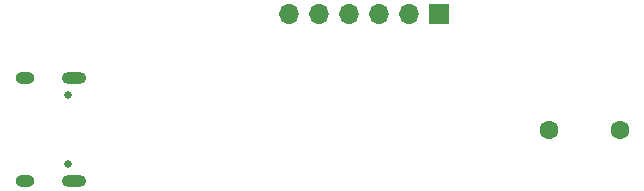
<source format=gbr>
%TF.GenerationSoftware,KiCad,Pcbnew,(6.0.7)*%
%TF.CreationDate,2023-06-20T16:23:12-04:00*%
%TF.ProjectId,microkfd,6d696372-6f6b-4666-942e-6b696361645f,E*%
%TF.SameCoordinates,Original*%
%TF.FileFunction,Soldermask,Bot*%
%TF.FilePolarity,Negative*%
%FSLAX46Y46*%
G04 Gerber Fmt 4.6, Leading zero omitted, Abs format (unit mm)*
G04 Created by KiCad (PCBNEW (6.0.7)) date 2023-06-20 16:23:12*
%MOMM*%
%LPD*%
G01*
G04 APERTURE LIST*
%ADD10C,0.650000*%
%ADD11O,2.100000X1.000000*%
%ADD12O,1.600000X1.000000*%
%ADD13C,1.600000*%
%ADD14R,1.700000X1.700000*%
%ADD15O,1.700000X1.700000*%
G04 APERTURE END LIST*
D10*
%TO.C,J1*%
X98540000Y-97110000D03*
X98540000Y-102890000D03*
D11*
X99070000Y-104320000D03*
X99070000Y-95680000D03*
D12*
X94890000Y-95680000D03*
X94890000Y-104320000D03*
%TD*%
D13*
%TO.C,J3*%
X139250000Y-100000000D03*
X145250000Y-100000000D03*
%TD*%
D14*
%TO.C,J2*%
X130000000Y-90250000D03*
D15*
X127460000Y-90250000D03*
X124920000Y-90250000D03*
X122380000Y-90250000D03*
X119840000Y-90250000D03*
X117300000Y-90250000D03*
%TD*%
M02*

</source>
